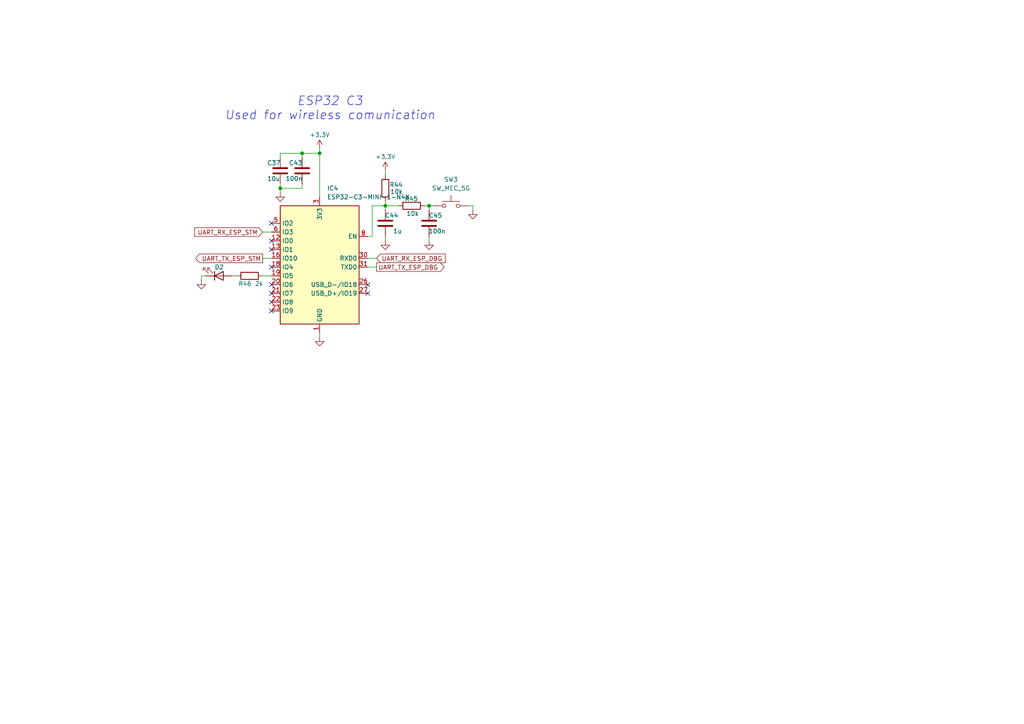
<source format=kicad_sch>
(kicad_sch (version 20250114) (generator "eeschema") (generator_version "9.0")
  (paper "A4")
  (lib_symbols
    (symbol "Device:C" (pin_numbers (hide yes)) (pin_names (offset 0.254))
      (property "Reference" "C" (at 0.635 2.54 0))
      (property "Value" "C" (at 0.635 -2.54 0))
      (symbol "C_0_1"
        (polyline (pts (xy -2.032 0.762) (xy 2.032 0.762)) (stroke (width 0.508)))
        (polyline (pts (xy -2.032 -0.762) (xy 2.032 -0.762)) (stroke (width 0.508)))
      )
      (symbol "C_1_1"
        (pin passive line (at 0 3.81 270) (length 2.794) (name "~") (number "1"))
        (pin passive line (at 0 -3.81 90) (length 2.794) (name "~") (number "2"))
      )
    )
    (symbol "Device:LED" (pin_numbers (hide yes)) (pin_names (offset 1.016) (hide yes))
      (property "Reference" "D" (at 0 2.54 0))
      (property "Value" "LED" (at 0 -2.54 0))
      (symbol "LED_0_1"
        (polyline (pts (xy -3.048 -0.762) (xy -4.572 -2.286) (xy -3.81 -2.286) (xy -4.572 -2.286) (xy -4.572 -1.524)))
        (polyline (pts (xy -1.778 -0.762) (xy -3.302 -2.286) (xy -2.54 -2.286) (xy -3.302 -2.286) (xy -3.302 -1.524)))
        (polyline (pts (xy -1.27 0) (xy 1.27 0)))
        (polyline (pts (xy -1.27 -1.27) (xy -1.27 1.27)) (stroke (width 0.254)))
        (polyline (pts (xy 1.27 -1.27) (xy 1.27 1.27) (xy -1.27 0) (xy 1.27 -1.27)) (stroke (width 0.254)))
      )
      (symbol "LED_1_1"
        (pin passive line (at -3.81 0 0) (length 2.54) (name "K") (number "1"))
        (pin passive line (at 3.81 0 180) (length 2.54) (name "A") (number "2"))
      )
    )
    (symbol "Device:R" (pin_numbers (hide yes)) (pin_names (offset 0))
      (property "Reference" "R" (at 2.032 0 90))
      (property "Value" "R" (at 0 0 90))
      (symbol "R_0_1"
        (rectangle (start -1.016 -2.54) (end 1.016 2.54) (stroke (width 0.254)))
      )
      (symbol "R_1_1"
        (pin passive line (at 0 3.81 270) (length 1.27) (name "~") (number "1"))
        (pin passive line (at 0 -3.81 90) (length 1.27) (name "~") (number "2"))
      )
    )
    (symbol "SamacSys_Parts:ESP32-C3-MINI-1-N4X"
      (property "Reference" "IC" (at 19.812 4.826 0))
      (property "Value" "ESP32-C3-MINI-1-N4X" (at 19.812 2.286 0))
      (symbol "ESP32-C3-MINI-1-N4X_1_1"
        (rectangle (start 5.08 -1.27) (end 27.94 -35.56) (stroke (width 0.254)) (fill (type background)))
        (pin no_connect line (at 0 -3.81 0) (length 5.08) (hide yes) (name "NC_4") (number "10"))
        (pin no_connect line (at 0 -3.81 0) (length 5.08) (hide yes) (name "NC_5") (number "15"))
        (pin no_connect line (at 0 -3.81 0) (length 5.08) (hide yes) (name "NC_6") (number "17"))
        (pin no_connect line (at 0 -3.81 0) (length 5.08) (hide yes) (name "NC_7") (number "24"))
        (pin no_connect line (at 0 -3.81 0) (length 5.08) (hide yes) (name "NC_8") (number "25"))
        (pin no_connect line (at 0 -3.81 0) (length 5.08) (hide yes) (name "NC_9") (number "28"))
        (pin no_connect line (at 0 -3.81 0) (length 5.08) (hide yes) (name "NC_10") (number "29"))
        (pin no_connect line (at 0 -3.81 0) (length 5.08) (hide yes) (name "NC_11") (number "32"))
        (pin no_connect line (at 0 -3.81 0) (length 5.08) (hide yes) (name "NC_12") (number "33"))
        (pin no_connect line (at 0 -3.81 0) (length 5.08) (hide yes) (name "NC_13") (number "34"))
        (pin no_connect line (at 0 -3.81 0) (length 5.08) (hide yes) (name "NC_14") (number "35"))
        (pin no_connect line (at 0 -3.81 0) (length 5.08) (hide yes) (name "NC_1") (number "4"))
        (pin no_connect line (at 0 -3.81 0) (length 5.08) (hide yes) (name "NC_2") (number "7"))
        (pin no_connect line (at 0 -3.81 0) (length 5.08) (hide yes) (name "NC_3") (number "9"))
        (pin passive line (at 2.54 -6.35 0) (length 2.54) (name "IO2") (number "5"))
        (pin passive line (at 2.54 -8.89 0) (length 2.54) (name "IO3") (number "6"))
        (pin passive line (at 2.54 -11.43 0) (length 2.54) (name "IO0") (number "12"))
        (pin passive line (at 2.54 -13.97 0) (length 2.54) (name "IO1") (number "13"))
        (pin passive line (at 2.54 -16.51 0) (length 2.54) (name "IO10") (number "16"))
        (pin passive line (at 2.54 -19.05 0) (length 2.54) (name "IO4") (number "18"))
        (pin passive line (at 2.54 -21.59 0) (length 2.54) (name "IO5") (number "19"))
        (pin passive line (at 2.54 -24.13 0) (length 2.54) (name "IO6") (number "20"))
        (pin passive line (at 2.54 -26.67 0) (length 2.54) (name "IO7") (number "21"))
        (pin passive line (at 2.54 -29.21 0) (length 2.54) (name "IO8") (number "22"))
        (pin passive line (at 2.54 -31.75 0) (length 2.54) (name "IO9") (number "23"))
        (pin power_in line (at 16.51 1.27 270) (length 2.54) (name "3V3") (number "3"))
        (pin power_in line (at 16.51 -38.1 90) (length 2.54) (name "GND") (number "1"))
        (pin passive line (at 16.51 -38.1 90) (length 2.54) (hide yes) (name "GND_3") (number "11"))
        (pin passive line (at 16.51 -38.1 90) (length 2.54) (hide yes) (name "GND_4") (number "14"))
        (pin passive line (at 16.51 -38.1 90) (length 2.54) (hide yes) (name "GND_2") (number "2"))
        (pin passive line (at 16.51 -38.1 90) (length 2.54) (hide yes) (name "GND_5") (number "36"))
        (pin passive line (at 16.51 -38.1 90) (length 2.54) (hide yes) (name "GND_6") (number "37"))
        (pin passive line (at 16.51 -38.1 90) (length 2.54) (hide yes) (name "GND_7") (number "38"))
        (pin passive line (at 16.51 -38.1 90) (length 2.54) (hide yes) (name "GND_8") (number "39"))
        (pin passive line (at 16.51 -38.1 90) (length 2.54) (hide yes) (name "GND_9") (number "40"))
        (pin passive line (at 16.51 -38.1 90) (length 2.54) (hide yes) (name "GND_10") (number "41"))
        (pin passive line (at 16.51 -38.1 90) (length 2.54) (hide yes) (name "GND_11") (number "42"))
        (pin passive line (at 16.51 -38.1 90) (length 2.54) (hide yes) (name "GND_12") (number "43"))
        (pin passive line (at 16.51 -38.1 90) (length 2.54) (hide yes) (name "GND_13") (number "44"))
        (pin passive line (at 16.51 -38.1 90) (length 2.54) (hide yes) (name "GND_14") (number "45"))
        (pin passive line (at 16.51 -38.1 90) (length 2.54) (hide yes) (name "GND_15") (number "46"))
        (pin passive line (at 16.51 -38.1 90) (length 2.54) (hide yes) (name "GND_16") (number "47"))
        (pin passive line (at 16.51 -38.1 90) (length 2.54) (hide yes) (name "GND_17") (number "48"))
        (pin passive line (at 16.51 -38.1 90) (length 2.54) (hide yes) (name "GND_18") (number "49"))
        (pin passive line (at 16.51 -38.1 90) (length 2.54) (hide yes) (name "GND_19") (number "50"))
        (pin passive line (at 16.51 -38.1 90) (length 2.54) (hide yes) (name "GND_20") (number "51"))
        (pin passive line (at 16.51 -38.1 90) (length 2.54) (hide yes) (name "GND_21") (number "52"))
        (pin passive line (at 16.51 -38.1 90) (length 2.54) (hide yes) (name "GND_22") (number "53"))
        (pin passive line (at 16.51 -38.1 90) (length 2.54) (hide yes) (name "GND_23") (number "54"))
        (pin passive line (at 16.51 -38.1 90) (length 2.54) (hide yes) (name "GND_24") (number "55"))
        (pin passive line (at 16.51 -38.1 90) (length 2.54) (hide yes) (name "GND_25") (number "56"))
        (pin passive line (at 16.51 -38.1 90) (length 2.54) (hide yes) (name "GND_26") (number "57"))
        (pin passive line (at 16.51 -38.1 90) (length 2.54) (hide yes) (name "GND_27") (number "58"))
        (pin passive line (at 16.51 -38.1 90) (length 2.54) (hide yes) (name "GND_28") (number "59"))
        (pin passive line (at 16.51 -38.1 90) (length 2.54) (hide yes) (name "GND_29") (number "60"))
        (pin passive line (at 16.51 -38.1 90) (length 2.54) (hide yes) (name "GND_30") (number "61"))
        (pin passive line (at 30.48 -10.16 180) (length 2.54) (name "EN") (number "8"))
        (pin passive line (at 30.48 -16.51 180) (length 2.54) (name "RXD0") (number "30"))
        (pin passive line (at 30.48 -19.05 180) (length 2.54) (name "TXD0") (number "31"))
        (pin passive line (at 30.48 -24.13 180) (length 2.54) (name "USB_D-/IO18") (number "26"))
        (pin passive line (at 30.48 -26.67 180) (length 2.54) (name "USB_D+/IO19") (number "27"))
      )
    )
    (symbol "Switch:SW_MEC_5G" (pin_numbers (hide yes)) (pin_names (offset 1.016) (hide yes))
      (property "Reference" "SW" (at 1.27 2.54 0))
      (property "Value" "SW_MEC_5G" (at 0 -1.524 0))
      (symbol "SW_MEC_5G_0_1"
        (circle (center -2.032 0) (radius 0.508))
        (polyline (pts (xy 0 1.27) (xy 0 3.048)))
        (circle (center 2.032 0) (radius 0.508))
        (polyline (pts (xy 2.54 1.27) (xy -2.54 1.27)))
        (pin passive line (at -5.08 0 0) (length 2.54) (name "A") (number "1"))
        (pin passive line (at 5.08 0 180) (length 2.54) (name "B") (number "3"))
      )
      (symbol "SW_MEC_5G_1_1"
        (pin passive line (at -5.08 0 0) (length 2.54) (hide yes) (name "A") (number "2"))
        (pin passive line (at 5.08 0 180) (length 2.54) (hide yes) (name "B") (number "4"))
      )
    )
    (symbol "power:+3.3V" (power) (pin_numbers (hide yes)) (pin_names (offset 0) (hide yes))
      (property "Value" "+3.3V" (at 0 3.556 0))
      (symbol "+3.3V_0_1"
        (polyline (pts (xy -0.762 1.27) (xy 0 2.54)))
        (polyline (pts (xy 0 2.54) (xy 0.762 1.27)))
        (polyline (pts (xy 0 0) (xy 0 2.54)))
      )
      (symbol "+3.3V_1_1"
        (pin power_in line (at 0 0 90) (length 0) (name "~") (number "1"))
      )
    )
    (symbol "power:GND" (power) (pin_numbers (hide yes)) (pin_names (offset 0) (hide yes))
      (property "Value" "GND" (at 0 -3.81 0))
      (symbol "GND_0_1"
        (polyline (pts (xy 0 0) (xy 0 -1.27) (xy 1.27 -1.27) (xy 0 -2.54) (xy -1.27 -1.27) (xy 0 -1.27)))
      )
      (symbol "GND_1_1"
        (pin power_in line (at 0 0 270) (length 0) (name "~") (number "1"))
      )
    )
  )
  (text "ESP32 C3\nUsed for wireless comunication" (at 95.758 31.496 0) (effects (font (size 2.54 2.54) (italic yes))))
  (junction (at 124.46 59.69))
  (junction (at 87.63 44.45))
  (junction (at 81.28 54.61))
  (junction (at 111.76 59.69))
  (junction (at 92.71 44.45))
  (no_connect (at 106.68 82.55))
  (no_connect (at 78.74 87.63))
  (no_connect (at 78.74 90.17))
  (no_connect (at 78.74 77.47))
  (no_connect (at 78.74 69.85))
  (no_connect (at 78.74 64.77))
  (no_connect (at 106.68 85.09))
  (no_connect (at 78.74 85.09))
  (no_connect (at 78.74 82.55))
  (no_connect (at 78.74 72.39))
  (wire (pts (xy 124.46 59.69) (xy 123.19 59.69)))
  (wire (pts (xy 111.76 58.42) (xy 111.76 59.69)))
  (wire (pts (xy 92.71 43.18) (xy 92.71 44.45)))
  (wire (pts (xy 107.95 59.69) (xy 111.76 59.69)))
  (wire (pts (xy 87.63 53.34) (xy 87.63 54.61)))
  (wire (pts (xy 111.76 49.53) (xy 111.76 50.8)))
  (wire (pts (xy 107.95 68.58) (xy 106.68 68.58)))
  (wire (pts (xy 111.76 59.69) (xy 111.76 60.96)))
  (wire (pts (xy 92.71 44.45) (xy 92.71 57.15)))
  (wire (pts (xy 87.63 44.45) (xy 92.71 44.45)))
  (wire (pts (xy 76.2 74.93) (xy 78.74 74.93)))
  (wire (pts (xy 81.28 54.61) (xy 87.63 54.61)))
  (wire (pts (xy 81.28 45.72) (xy 81.28 44.45)))
  (wire (pts (xy 58.42 80.01) (xy 58.42 81.28)))
  (wire (pts (xy 67.31 80.01) (xy 68.58 80.01)))
  (wire (pts (xy 111.76 68.58) (xy 111.76 69.85)))
  (wire (pts (xy 87.63 44.45) (xy 87.63 45.72)))
  (wire (pts (xy 137.16 59.69) (xy 137.16 60.96)))
  (wire (pts (xy 81.28 44.45) (xy 87.63 44.45)))
  (wire (pts (xy 106.68 74.93) (xy 109.22 74.93)))
  (wire (pts (xy 135.89 59.69) (xy 137.16 59.69)))
  (wire (pts (xy 111.76 59.69) (xy 115.57 59.69)))
  (wire (pts (xy 76.2 80.01) (xy 78.74 80.01)))
  (wire (pts (xy 124.46 60.96) (xy 124.46 59.69)))
  (wire (pts (xy 81.28 54.61) (xy 81.28 55.88)))
  (wire (pts (xy 124.46 68.58) (xy 124.46 69.85)))
  (wire (pts (xy 92.71 96.52) (xy 92.71 97.79)))
  (wire (pts (xy 76.2 67.31) (xy 78.74 67.31)))
  (wire (pts (xy 81.28 53.34) (xy 81.28 54.61)))
  (wire (pts (xy 124.46 59.69) (xy 125.73 59.69)))
  (wire (pts (xy 107.95 59.69) (xy 107.95 68.58)))
  (wire (pts (xy 106.68 77.47) (xy 109.22 77.47)))
  (wire (pts (xy 59.69 80.01) (xy 58.42 80.01)))
  (global_label "UART_RX_ESP_DBG" (shape input) (at 109.22 74.93 0) (property "Intersheetrefs" "${INTERSHEET_REFS}" (effects (hide yes))))
  (global_label "UART_TX_ESP_STM" (shape output) (at 76.2 74.93 180) (property "Intersheetrefs" "${INTERSHEET_REFS}" (effects (hide yes))))
  (global_label "UART_RX_ESP_STM" (shape input) (at 76.2 67.31 180) (property "Intersheetrefs" "${INTERSHEET_REFS}" (effects (hide yes))))
  (global_label "UART_TX_ESP_DBG" (shape output) (at 109.22 77.47 0) (property "Intersheetrefs" "${INTERSHEET_REFS}" (effects (hide yes))))
  (symbol (lib_id "Switch:SW_MEC_5G") (at 130.81 59.69 0) (unit 1)
    (property "Reference" "SW3" (at 130.81 52.07 0))
    (property "Value" "SW_MEC_5G" (at 130.81 54.61 0))
    (property "Footprint" "Button_Switch_SMD:SW_MEC_5GSH9" (effects (hide yes)))
    (property "Datasheet" "http://www.apem.com/int/index.php?controller=attachment&id_attachment=488" (effects (hide yes)))
    (property "Description" "MEC 5G single pole normally-open tactile switch" (effects (hide yes)))
  )
  (symbol (lib_id "Device:LED") (at 63.5 80.01 0) (mirror x) (unit 1)
    (property "Reference" "D2" (at 62.23 77.47 0) (effects (justify left)))
    (property "Value" "LED" (effects (hide yes)))
    (property "Footprint" "LED_SMD:LED_0805_2012Metric" (effects (hide yes)))
    (property "Description" "Light emitting diode" (effects (hide yes)))
    (property "Sim.Pins" "1=K 2=A" (effects (hide yes)))
  )
  (symbol (lib_id "Device:R") (at 119.38 59.69 270) (mirror x) (unit 1)
    (property "Reference" "R45" (at 117.348 57.658 90) (effects (justify left)))
    (property "Value" "10k" (at 117.856 61.976 90) (effects (justify left)))
    (property "Footprint" "Resistor_SMD:R_0603_1608Metric" (effects (hide yes)))
    (property "Description" "Resistor" (effects (hide yes)))
  )
  (symbol (lib_id "power:+3.3V") (at 111.76 49.53 0) (unit 1)
    (property "Reference" "#PWR085" (effects (hide yes)))
    (property "Value" "+3.3V" (at 111.76 45.466 0))
    (property "Description" "Power symbol creates a global label with name \"+3.3V\"" (effects (hide yes)))
  )
  (symbol (lib_id "Device:C") (at 81.28 49.53 0) (unit 1)
    (property "Reference" "C37" (at 77.47 47.244 0) (effects (justify left)))
    (property "Value" "10u" (at 77.47 51.816 0) (effects (justify left)))
    (property "Footprint" "Capacitor_SMD:C_0805_2012Metric" (effects (hide yes)))
    (property "Description" "Unpolarized capacitor" (effects (hide yes)))
  )
  (symbol (lib_id "SamacSys_Parts:ESP32-C3-MINI-1-N4X") (at 76.2 58.42 0) (unit 1)
    (property "Reference" "IC4" (at 94.8533 54.61 0) (effects (justify left)))
    (property "Value" "ESP32-C3-MINI-1-N4X" (at 94.8533 57.15 0) (effects (justify left)))
    (property "Footprint" "ESP32C3MINI1N4X" (effects (hide yes)))
    (property "Datasheet" "https://documentation.espressif.com/esp32-c3-mini-1_datasheet_en.pdf" (effects (hide yes)))
    (property "Description" "Bluetooth, WiFi 802.11b/g/n, Bluetooth v5.0 Transceiver Module 2.4GHz Integrated, Trace Surface Mount , 3V ~ 3.6V , -40C ~ 85C (TA)" (effects (hide yes)))
    (property "Height" "2.55" (effects (hide yes)))
    (property "Manufacturer_Name" "Espressif Systems" (effects (hide yes)))
    (property "Manufacturer_Part_Number" "ESP32-C3-MINI-1-N4X" (effects (hide yes)))
  )
  (symbol (lib_id "Device:R") (at 111.76 54.61 0) (mirror x) (unit 1)
    (property "Reference" "R44" (at 116.84 53.594 0) (effects (justify right)))
    (property "Value" "10k" (at 116.84 55.626 0) (effects (justify right)))
    (property "Footprint" "Resistor_SMD:R_0603_1608Metric" (effects (hide yes)))
    (property "Description" "Resistor" (effects (hide yes)))
  )
  (symbol (lib_id "power:GND") (at 92.71 97.79 0) (unit 1)
    (property "Reference" "#PWR062" (effects (hide yes)))
    (property "Value" "GND" (effects (hide yes)))
    (property "Description" "Power symbol creates a global label with name \"GND\" , ground" (effects (hide yes)))
  )
  (symbol (lib_id "power:GND") (at 111.76 69.85 0) (unit 1)
    (property "Reference" "#PWR084" (effects (hide yes)))
    (property "Value" "GND" (effects (hide yes)))
    (property "Description" "Power symbol creates a global label with name \"GND\" , ground" (effects (hide yes)))
  )
  (symbol (lib_id "Device:C") (at 87.63 49.53 0) (unit 1)
    (property "Reference" "C43" (at 83.82 47.244 0) (effects (justify left)))
    (property "Value" "100n" (at 82.804 51.816 0) (effects (justify left)))
    (property "Footprint" "Capacitor_SMD:C_0805_2012Metric" (effects (hide yes)))
    (property "Description" "Unpolarized capacitor" (effects (hide yes)))
  )
  (symbol (lib_id "power:GND") (at 124.46 69.85 0) (unit 1)
    (property "Reference" "#PWR086" (effects (hide yes)))
    (property "Value" "GND" (effects (hide yes)))
    (property "Description" "Power symbol creates a global label with name \"GND\" , ground" (effects (hide yes)))
  )
  (symbol (lib_id "power:GND") (at 81.28 55.88 0) (unit 1)
    (property "Reference" "#PWR083" (effects (hide yes)))
    (property "Value" "GND" (effects (hide yes)))
    (property "Description" "Power symbol creates a global label with name \"GND\" , ground" (effects (hide yes)))
  )
  (symbol (lib_id "power:GND") (at 58.42 81.28 0) (unit 1)
    (property "Reference" "#PWR088" (effects (hide yes)))
    (property "Value" "GND" (effects (hide yes)))
    (property "Description" "Power symbol creates a global label with name \"GND\" , ground" (effects (hide yes)))
  )
  (symbol (lib_id "power:+3.3V") (at 92.71 43.18 0) (unit 1)
    (property "Reference" "#PWR082" (effects (hide yes)))
    (property "Value" "+3.3V" (at 92.71 39.116 0))
    (property "Description" "Power symbol creates a global label with name \"+3.3V\"" (effects (hide yes)))
  )
  (symbol (lib_id "power:GND") (at 137.16 60.96 0) (unit 1)
    (property "Reference" "#PWR087" (effects (hide yes)))
    (property "Value" "GND" (effects (hide yes)))
    (property "Description" "Power symbol creates a global label with name \"GND\" , ground" (effects (hide yes)))
  )
  (symbol (lib_id "Device:R") (at 72.39 80.01 270) (unit 1)
    (property "Reference" "R46" (at 69.088 82.296 90) (effects (justify left)))
    (property "Value" "2k" (at 73.914 82.296 90) (effects (justify left)))
    (property "Footprint" "Resistor_SMD:R_0603_1608Metric" (effects (hide yes)))
    (property "Description" "Resistor" (effects (hide yes)))
  )
  (symbol (lib_id "Device:C") (at 111.76 64.77 0) (mirror y) (unit 1)
    (property "Reference" "C44" (at 115.57 62.484 0) (effects (justify left)))
    (property "Value" "1u" (at 116.586 67.056 0) (effects (justify left)))
    (property "Footprint" "Capacitor_SMD:C_0805_2012Metric" (effects (hide yes)))
    (property "Description" "Unpolarized capacitor" (effects (hide yes)))
  )
  (symbol (lib_id "Device:C") (at 124.46 64.77 0) (mirror y) (unit 1)
    (property "Reference" "C45" (at 128.27 62.484 0) (effects (justify left)))
    (property "Value" "100n" (at 129.286 67.056 0) (effects (justify left)))
    (property "Footprint" "Capacitor_SMD:C_0805_2012Metric" (effects (hide yes)))
    (property "Description" "Unpolarized capacitor" (effects (hide yes)))
  )
)
</source>
